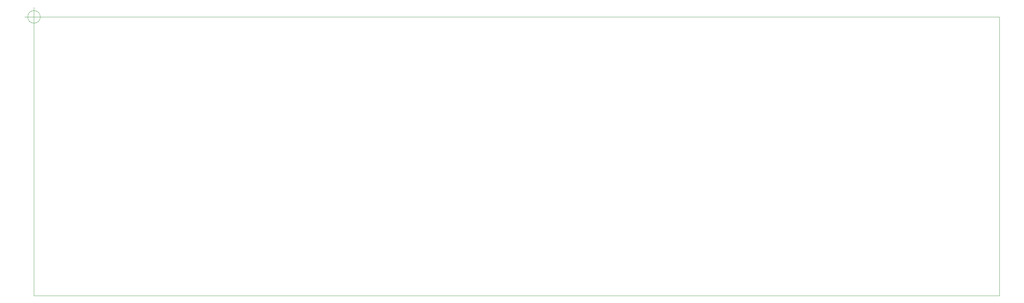
<source format=gbr>
%TF.GenerationSoftware,KiCad,Pcbnew,(5.1.12)-1*%
%TF.CreationDate,2021-12-06T16:24:31+01:00*%
%TF.ProjectId,boneIO_input board,626f6e65-494f-45f6-996e-70757420626f,rev?*%
%TF.SameCoordinates,Original*%
%TF.FileFunction,Profile,NP*%
%FSLAX46Y46*%
G04 Gerber Fmt 4.6, Leading zero omitted, Abs format (unit mm)*
G04 Created by KiCad (PCBNEW (5.1.12)-1) date 2021-12-06 16:24:31*
%MOMM*%
%LPD*%
G01*
G04 APERTURE LIST*
%TA.AperFunction,Profile*%
%ADD10C,0.100000*%
%TD*%
%TA.AperFunction,Profile*%
%ADD11C,0.050000*%
%TD*%
G04 APERTURE END LIST*
D10*
X21316666Y-46300000D02*
G75*
G03*
X21316666Y-46300000I-1666666J0D01*
G01*
X17150000Y-46300000D02*
X22150000Y-46300000D01*
X19650000Y-43800000D02*
X19650000Y-48800000D01*
D11*
X275645000Y-120310000D02*
X19645000Y-120310000D01*
X19645000Y-120310000D02*
X19645000Y-46310000D01*
X275645000Y-46310000D02*
X275645000Y-120310000D01*
D10*
X19645000Y-46310000D02*
X275645000Y-46310000D01*
M02*

</source>
